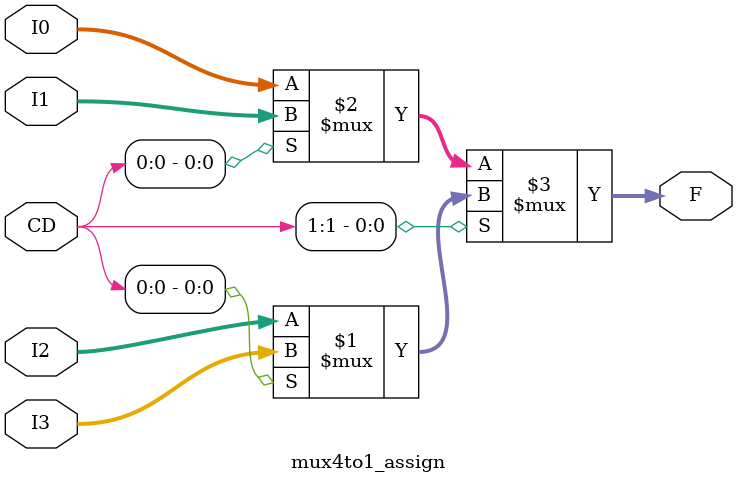
<source format=v>
module mux4to1_assign(input [3:0] I0, input [3:0] I1, input [3:0] I2, input [3:0] I3, input [1:0] CD, output [3:0] F);

    assign #10 F = CD[1] ? (CD[0] ? I3 : I2) : (CD[0] ? I1 : I0);

endmodule
</source>
